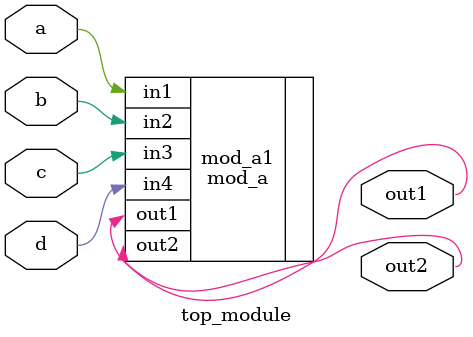
<source format=v>
module top_module ( 
    input a, 
    input b, 
    input c,
    input d,
    output out1,
    output out2
);

    mod_a mod_a1( .out1(out1), .out2(out2), .in1(a), .in2(b), .in3(c), .in4(d) );
    
endmodule
</source>
